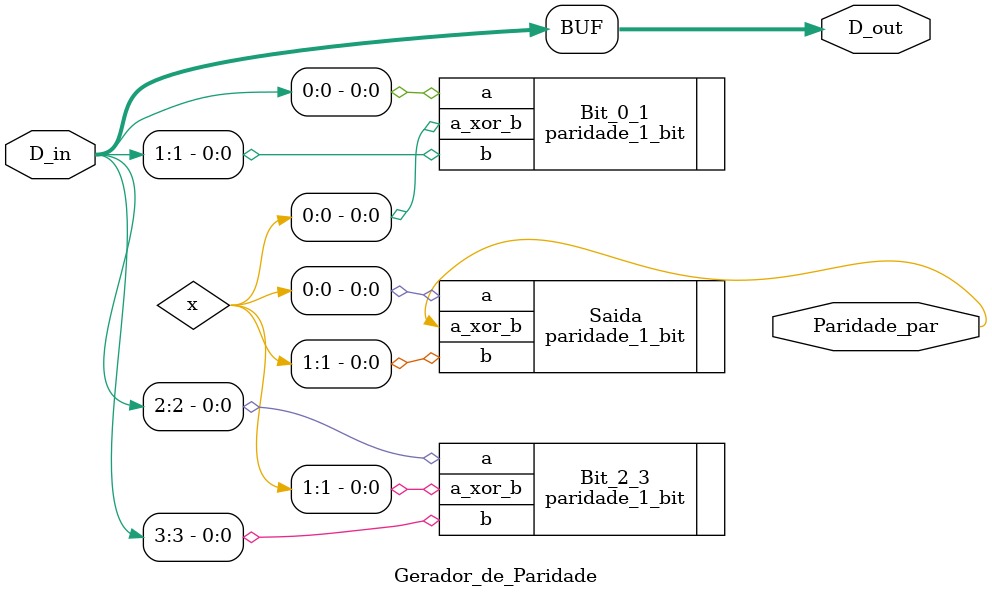
<source format=v>
/* ----------------------------------------------------------------------------
Descrição: 
Projeto que monta a estrutura de um Gerador de paridade par
ATENÇÃO: este é o arquivo TOP-LEVEL do projeto
-----------------------------------------------------------------------------*/

module Gerador_de_Paridade
  (
  input [3:0] D_in,    		// entradas
  output [3:0] D_out,     	// saídas
  output Paridade_par		// indicador de paridade par
  );
  
  wire [1:0] x;        			// interligar os módulos instanciados

paridade_1_bit Bit_0_1 	// use o nome do módulo, em seguida um nome local
    (                 				// "port map": mapear sinais daquele módulo neste!
    .a      (D_in[0]),   		// o sinal "a" do mód importado liga ao D_in[0] nesse mód
    .b      (D_in[1]),   		// o sinal "b" do mód importado liga ao D_in[1] nesse mód 
    .a_xor_b (x[0]));  		// o a_xor_b do mód importado liga ao x[0] aqui

paridade_1_bit Bit_2_3 (
    .a      (D_in[2]),
    .b      (D_in[3]), 
    .a_xor_b (x[1]));  

paridade_1_bit Saida (
    .a      (x[0]),
    .b      (x[1]), 
    .a_xor_b (Paridade_par));  

	assign D_out = D_in;
  
endmodule

</source>
